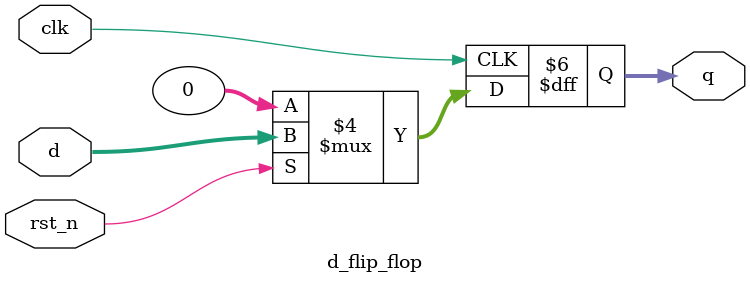
<source format=sv>
module d_flip_flop (
    input wire clk,
    input wire rst_n,   // Active low reset
    input wire [31:0] d,
    output reg [31:0] q
);

always @(posedge clk) begin
    if (!rst_n)
      	q <= 32'b0;  // Reset to 0 (Síncrono)
    else
        q <= d;
end

endmodule

</source>
